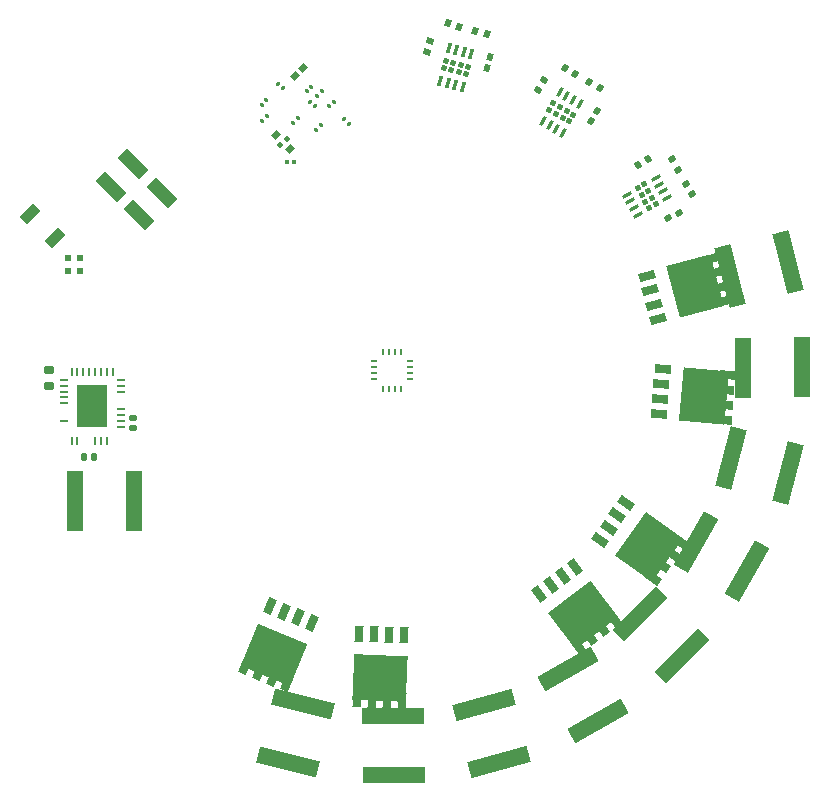
<source format=gbp>
G04 Layer_Color=128*
%FSLAX44Y44*%
%MOMM*%
G71*
G01*
G75*
%ADD10R,0.5080X0.6096*%
G04:AMPARAMS|DCode=17|XSize=0.32mm|YSize=0.36mm|CornerRadius=0.08mm|HoleSize=0mm|Usage=FLASHONLY|Rotation=180.000|XOffset=0mm|YOffset=0mm|HoleType=Round|Shape=RoundedRectangle|*
%AMROUNDEDRECTD17*
21,1,0.3200,0.2000,0,0,180.0*
21,1,0.1600,0.3600,0,0,180.0*
1,1,0.1600,-0.0800,0.1000*
1,1,0.1600,0.0800,0.1000*
1,1,0.1600,0.0800,-0.1000*
1,1,0.1600,-0.0800,-0.1000*
%
%ADD17ROUNDEDRECTD17*%
G04:AMPARAMS|DCode=34|XSize=0.32mm|YSize=0.36mm|CornerRadius=0.08mm|HoleSize=0mm|Usage=FLASHONLY|Rotation=135.000|XOffset=0mm|YOffset=0mm|HoleType=Round|Shape=RoundedRectangle|*
%AMROUNDEDRECTD34*
21,1,0.3200,0.2000,0,0,135.0*
21,1,0.1600,0.3600,0,0,135.0*
1,1,0.1600,0.0141,0.1273*
1,1,0.1600,0.1273,0.0141*
1,1,0.1600,-0.0141,-0.1273*
1,1,0.1600,-0.1273,-0.0141*
%
%ADD34ROUNDEDRECTD34*%
G04:AMPARAMS|DCode=35|XSize=0.32mm|YSize=0.36mm|CornerRadius=0.08mm|HoleSize=0mm|Usage=FLASHONLY|Rotation=45.000|XOffset=0mm|YOffset=0mm|HoleType=Round|Shape=RoundedRectangle|*
%AMROUNDEDRECTD35*
21,1,0.3200,0.2000,0,0,45.0*
21,1,0.1600,0.3600,0,0,45.0*
1,1,0.1600,0.1273,-0.0141*
1,1,0.1600,0.0141,-0.1273*
1,1,0.1600,-0.1273,0.0141*
1,1,0.1600,-0.0141,0.1273*
%
%ADD35ROUNDEDRECTD35*%
G04:AMPARAMS|DCode=38|XSize=0.6096mm|YSize=0.9144mm|CornerRadius=0.1524mm|HoleSize=0mm|Usage=FLASHONLY|Rotation=90.000|XOffset=0mm|YOffset=0mm|HoleType=Round|Shape=RoundedRectangle|*
%AMROUNDEDRECTD38*
21,1,0.6096,0.6096,0,0,90.0*
21,1,0.3048,0.9144,0,0,90.0*
1,1,0.3048,0.3048,0.1524*
1,1,0.3048,0.3048,-0.1524*
1,1,0.3048,-0.3048,-0.1524*
1,1,0.3048,-0.3048,0.1524*
%
%ADD38ROUNDEDRECTD38*%
G04:AMPARAMS|DCode=47|XSize=3.85mm|YSize=4.52mm|CornerRadius=0mm|HoleSize=0mm|Usage=FLASHONLY|Rotation=194.898|XOffset=0mm|YOffset=0mm|HoleType=Round|Shape=Rectangle|*
%AMROTATEDRECTD47*
4,1,4,1.2793,2.6789,2.4413,-1.6891,-1.2793,-2.6789,-2.4413,1.6891,1.2793,2.6789,0.0*
%
%ADD47ROTATEDRECTD47*%

G04:AMPARAMS|DCode=72|XSize=0.508mm|YSize=0.6096mm|CornerRadius=0.127mm|HoleSize=0mm|Usage=FLASHONLY|Rotation=180.000|XOffset=0mm|YOffset=0mm|HoleType=Round|Shape=RoundedRectangle|*
%AMROUNDEDRECTD72*
21,1,0.5080,0.3556,0,0,180.0*
21,1,0.2540,0.6096,0,0,180.0*
1,1,0.2540,-0.1270,0.1778*
1,1,0.2540,0.1270,0.1778*
1,1,0.2540,0.1270,-0.1778*
1,1,0.2540,-0.1270,-0.1778*
%
%ADD72ROUNDEDRECTD72*%
G04:AMPARAMS|DCode=76|XSize=3.85mm|YSize=4.52mm|CornerRadius=0mm|HoleSize=0mm|Usage=FLASHONLY|Rotation=87.500|XOffset=0mm|YOffset=0mm|HoleType=Round|Shape=Rectangle|*
%AMROTATEDRECTD76*
4,1,4,2.1739,-2.0217,-2.3418,-1.8246,-2.1739,2.0217,2.3418,1.8246,2.1739,-2.0217,0.0*
%
%ADD76ROTATEDRECTD76*%

G04:AMPARAMS|DCode=77|XSize=0.71mm|YSize=1.37mm|CornerRadius=0mm|HoleSize=0mm|Usage=FLASHONLY|Rotation=177.500|XOffset=0mm|YOffset=0mm|HoleType=Round|Shape=Rectangle|*
%AMROTATEDRECTD77*
4,1,4,0.3845,0.6689,0.3248,-0.6998,-0.3845,-0.6689,-0.3248,0.6998,0.3845,0.6689,0.0*
%
%ADD77ROTATEDRECTD77*%

G04:AMPARAMS|DCode=80|XSize=3.85mm|YSize=4.52mm|CornerRadius=0mm|HoleSize=0mm|Usage=FLASHONLY|Rotation=174.830|XOffset=0mm|YOffset=0mm|HoleType=Round|Shape=Rectangle|*
%AMROTATEDRECTD80*
4,1,4,2.1208,2.0773,1.7135,-2.4243,-2.1208,-2.0773,-1.7135,2.4243,2.1208,2.0773,0.0*
%
%ADD80ROTATEDRECTD80*%

G04:AMPARAMS|DCode=82|XSize=3.85mm|YSize=4.52mm|CornerRadius=0mm|HoleSize=0mm|Usage=FLASHONLY|Rotation=67.602|XOffset=0mm|YOffset=0mm|HoleType=Round|Shape=Rectangle|*
%AMROTATEDRECTD82*
4,1,4,1.3560,-2.6409,-2.8230,-0.9186,-1.3560,2.6409,2.8230,0.9186,1.3560,-2.6409,0.0*
%
%ADD82ROTATEDRECTD82*%

G04:AMPARAMS|DCode=103|XSize=0.9144mm|YSize=1.6002mm|CornerRadius=0mm|HoleSize=0mm|Usage=FLASHONLY|Rotation=134.998|XOffset=0mm|YOffset=0mm|HoleType=Round|Shape=Rectangle|*
%AMROTATEDRECTD103*
4,1,4,0.8891,0.2424,-0.2425,-0.8890,-0.8891,-0.2424,0.2425,0.8890,0.8891,0.2424,0.0*
%
%ADD103ROTATEDRECTD103*%

G04:AMPARAMS|DCode=104|XSize=0.5mm|YSize=0.6mm|CornerRadius=0mm|HoleSize=0mm|Usage=FLASHONLY|Rotation=135.000|XOffset=0mm|YOffset=0mm|HoleType=Round|Shape=Rectangle|*
%AMROTATEDRECTD104*
4,1,4,0.3889,0.0353,-0.0353,-0.3889,-0.3889,-0.0353,0.0353,0.3889,0.3889,0.0353,0.0*
%
%ADD104ROTATEDRECTD104*%

%ADD105P,0.5657X4X360.0*%
G04:AMPARAMS|DCode=106|XSize=0.55mm|YSize=0.6mm|CornerRadius=0mm|HoleSize=0mm|Usage=FLASHONLY|Rotation=315.000|XOffset=0mm|YOffset=0mm|HoleType=Round|Shape=Rectangle|*
%AMROTATEDRECTD106*
4,1,4,-0.4066,-0.0177,0.0177,0.4066,0.4066,0.0177,-0.0177,-0.4066,-0.4066,-0.0177,0.0*
%
%ADD106ROTATEDRECTD106*%

G04:AMPARAMS|DCode=107|XSize=2.6mm|YSize=1.1mm|CornerRadius=0mm|HoleSize=0mm|Usage=FLASHONLY|Rotation=315.000|XOffset=0mm|YOffset=0mm|HoleType=Round|Shape=Rectangle|*
%AMROTATEDRECTD107*
4,1,4,-1.3081,0.5303,-0.5303,1.3081,1.3081,-0.5303,0.5303,-1.3081,-1.3081,0.5303,0.0*
%
%ADD107ROTATEDRECTD107*%

%ADD108O,0.7000X0.2500*%
%ADD109O,0.2500X0.7000*%
%ADD110R,2.6000X3.6000*%
G04:AMPARAMS|DCode=111|XSize=0.508mm|YSize=0.6096mm|CornerRadius=0.127mm|HoleSize=0mm|Usage=FLASHONLY|Rotation=90.000|XOffset=0mm|YOffset=0mm|HoleType=Round|Shape=RoundedRectangle|*
%AMROUNDEDRECTD111*
21,1,0.5080,0.3556,0,0,90.0*
21,1,0.2540,0.6096,0,0,90.0*
1,1,0.2540,0.1778,0.1270*
1,1,0.2540,0.1778,-0.1270*
1,1,0.2540,-0.1778,-0.1270*
1,1,0.2540,-0.1778,0.1270*
%
%ADD111ROUNDEDRECTD111*%
%ADD112R,1.4000X5.2000*%
G04:AMPARAMS|DCode=113|XSize=0.3mm|YSize=0.85mm|CornerRadius=0mm|HoleSize=0mm|Usage=FLASHONLY|Rotation=330.000|XOffset=0mm|YOffset=0mm|HoleType=Round|Shape=Rectangle|*
%AMROTATEDRECTD113*
4,1,4,-0.3424,-0.2931,0.0826,0.4431,0.3424,0.2931,-0.0826,-0.4431,-0.3424,-0.2931,0.0*
%
%ADD113ROTATEDRECTD113*%

G04:AMPARAMS|DCode=115|XSize=0.508mm|YSize=0.6096mm|CornerRadius=0mm|HoleSize=0mm|Usage=FLASHONLY|Rotation=330.000|XOffset=0mm|YOffset=0mm|HoleType=Round|Shape=Rectangle|*
%AMROTATEDRECTD115*
4,1,4,-0.3724,-0.1370,-0.0676,0.3910,0.3724,0.1370,0.0676,-0.3910,-0.3724,-0.1370,0.0*
%
%ADD115ROTATEDRECTD115*%

G04:AMPARAMS|DCode=116|XSize=0.508mm|YSize=0.6096mm|CornerRadius=0mm|HoleSize=0mm|Usage=FLASHONLY|Rotation=240.000|XOffset=0mm|YOffset=0mm|HoleType=Round|Shape=Rectangle|*
%AMROTATEDRECTD116*
4,1,4,-0.1370,0.3724,0.3910,0.0676,0.1370,-0.3724,-0.3910,-0.0676,-0.1370,0.3724,0.0*
%
%ADD116ROTATEDRECTD116*%

G04:AMPARAMS|DCode=117|XSize=0.5mm|YSize=0.6mm|CornerRadius=0mm|HoleSize=0mm|Usage=FLASHONLY|Rotation=330.000|XOffset=0mm|YOffset=0mm|HoleType=Round|Shape=Rectangle|*
%AMROTATEDRECTD117*
4,1,4,-0.3665,-0.1348,-0.0665,0.3848,0.3665,0.1348,0.0665,-0.3848,-0.3665,-0.1348,0.0*
%
%ADD117ROTATEDRECTD117*%

G04:AMPARAMS|DCode=118|XSize=0.3mm|YSize=0.85mm|CornerRadius=0mm|HoleSize=0mm|Usage=FLASHONLY|Rotation=300.000|XOffset=0mm|YOffset=0mm|HoleType=Round|Shape=Rectangle|*
%AMROTATEDRECTD118*
4,1,4,-0.4431,-0.0826,0.2931,0.3424,0.4431,0.0826,-0.2931,-0.3424,-0.4431,-0.0826,0.0*
%
%ADD118ROTATEDRECTD118*%

G04:AMPARAMS|DCode=120|XSize=0.508mm|YSize=0.6096mm|CornerRadius=0mm|HoleSize=0mm|Usage=FLASHONLY|Rotation=300.000|XOffset=0mm|YOffset=0mm|HoleType=Round|Shape=Rectangle|*
%AMROTATEDRECTD120*
4,1,4,-0.3910,0.0676,0.1370,0.3724,0.3910,-0.0676,-0.1370,-0.3724,-0.3910,0.0676,0.0*
%
%ADD120ROTATEDRECTD120*%

G04:AMPARAMS|DCode=121|XSize=0.508mm|YSize=0.6096mm|CornerRadius=0mm|HoleSize=0mm|Usage=FLASHONLY|Rotation=210.000|XOffset=0mm|YOffset=0mm|HoleType=Round|Shape=Rectangle|*
%AMROTATEDRECTD121*
4,1,4,0.0676,0.3910,0.3724,-0.1370,-0.0676,-0.3910,-0.3724,0.1370,0.0676,0.3910,0.0*
%
%ADD121ROTATEDRECTD121*%

G04:AMPARAMS|DCode=122|XSize=0.5mm|YSize=0.6mm|CornerRadius=0mm|HoleSize=0mm|Usage=FLASHONLY|Rotation=300.000|XOffset=0mm|YOffset=0mm|HoleType=Round|Shape=Rectangle|*
%AMROTATEDRECTD122*
4,1,4,-0.3848,0.0665,0.1348,0.3665,0.3848,-0.0665,-0.1348,-0.3665,-0.3848,0.0665,0.0*
%
%ADD122ROTATEDRECTD122*%

G04:AMPARAMS|DCode=123|XSize=0.508mm|YSize=0.6096mm|CornerRadius=0mm|HoleSize=0mm|Usage=FLASHONLY|Rotation=255.000|XOffset=0mm|YOffset=0mm|HoleType=Round|Shape=Rectangle|*
%AMROTATEDRECTD123*
4,1,4,-0.2287,0.3242,0.3602,0.1665,0.2287,-0.3242,-0.3602,-0.1665,-0.2287,0.3242,0.0*
%
%ADD123ROTATEDRECTD123*%

G04:AMPARAMS|DCode=124|XSize=0.508mm|YSize=0.6096mm|CornerRadius=0mm|HoleSize=0mm|Usage=FLASHONLY|Rotation=345.000|XOffset=0mm|YOffset=0mm|HoleType=Round|Shape=Rectangle|*
%AMROTATEDRECTD124*
4,1,4,-0.3242,-0.2287,-0.1665,0.3602,0.3242,0.2287,0.1665,-0.3602,-0.3242,-0.2287,0.0*
%
%ADD124ROTATEDRECTD124*%

G04:AMPARAMS|DCode=125|XSize=0.5mm|YSize=0.6mm|CornerRadius=0mm|HoleSize=0mm|Usage=FLASHONLY|Rotation=345.000|XOffset=0mm|YOffset=0mm|HoleType=Round|Shape=Rectangle|*
%AMROTATEDRECTD125*
4,1,4,-0.3191,-0.2251,-0.1638,0.3545,0.3191,0.2251,0.1638,-0.3545,-0.3191,-0.2251,0.0*
%
%ADD125ROTATEDRECTD125*%

G04:AMPARAMS|DCode=126|XSize=0.3mm|YSize=0.85mm|CornerRadius=0mm|HoleSize=0mm|Usage=FLASHONLY|Rotation=345.000|XOffset=0mm|YOffset=0mm|HoleType=Round|Shape=Rectangle|*
%AMROTATEDRECTD126*
4,1,4,-0.2549,-0.3717,-0.0349,0.4493,0.2549,0.3717,0.0349,-0.4493,-0.2549,-0.3717,0.0*
%
%ADD126ROTATEDRECTD126*%

G04:AMPARAMS|DCode=128|XSize=0.71mm|YSize=1.37mm|CornerRadius=0mm|HoleSize=0mm|Usage=FLASHONLY|Rotation=264.814|XOffset=0mm|YOffset=0mm|HoleType=Round|Shape=Rectangle|*
%AMROTATEDRECTD128*
4,1,4,-0.6501,0.4155,0.7143,0.2916,0.6501,-0.4155,-0.7143,-0.2916,-0.6501,0.4155,0.0*
%
%ADD128ROTATEDRECTD128*%

G04:AMPARAMS|DCode=129|XSize=3.85mm|YSize=4.52mm|CornerRadius=0mm|HoleSize=0mm|Usage=FLASHONLY|Rotation=324.603|XOffset=0mm|YOffset=0mm|HoleType=Round|Shape=Rectangle|*
%AMROTATEDRECTD129*
4,1,4,-2.8783,-0.7272,-0.2601,2.9573,2.8783,0.7272,0.2601,-2.9573,-2.8783,-0.7272,0.0*
%
%ADD129ROTATEDRECTD129*%

G04:AMPARAMS|DCode=130|XSize=0.71mm|YSize=1.37mm|CornerRadius=0mm|HoleSize=0mm|Usage=FLASHONLY|Rotation=234.603|XOffset=0mm|YOffset=0mm|HoleType=Round|Shape=Rectangle|*
%AMROTATEDRECTD130*
4,1,4,-0.3528,0.6862,0.7640,-0.1074,0.3528,-0.6862,-0.7640,0.1074,-0.3528,0.6862,0.0*
%
%ADD130ROTATEDRECTD130*%

G04:AMPARAMS|DCode=131|XSize=5.2mm|YSize=1.4mm|CornerRadius=0mm|HoleSize=0mm|Usage=FLASHONLY|Rotation=0.224|XOffset=0mm|YOffset=0mm|HoleType=Round|Shape=Rectangle|*
%AMROTATEDRECTD131*
4,1,4,-2.5972,-0.7101,-2.6027,0.6898,2.5972,0.7101,2.6027,-0.6898,-2.5972,-0.7101,0.0*
%
%ADD131ROTATEDRECTD131*%

G04:AMPARAMS|DCode=132|XSize=5.2mm|YSize=1.4mm|CornerRadius=0mm|HoleSize=0mm|Usage=FLASHONLY|Rotation=45.309|XOffset=0mm|YOffset=0mm|HoleType=Round|Shape=Rectangle|*
%AMROTATEDRECTD132*
4,1,4,-1.3309,-2.3407,-2.3262,-1.3560,1.3309,2.3407,2.3262,1.3560,-1.3309,-2.3407,0.0*
%
%ADD132ROTATEDRECTD132*%

G04:AMPARAMS|DCode=133|XSize=5.2mm|YSize=1.4mm|CornerRadius=0mm|HoleSize=0mm|Usage=FLASHONLY|Rotation=29.536|XOffset=0mm|YOffset=0mm|HoleType=Round|Shape=Rectangle|*
%AMROTATEDRECTD133*
4,1,4,-1.9171,-1.8907,-2.6072,-0.6727,1.9171,1.8907,2.6072,0.6727,-1.9171,-1.8907,0.0*
%
%ADD133ROTATEDRECTD133*%

G04:AMPARAMS|DCode=134|XSize=5.2mm|YSize=1.4mm|CornerRadius=0mm|HoleSize=0mm|Usage=FLASHONLY|Rotation=60.298|XOffset=0mm|YOffset=0mm|HoleType=Round|Shape=Rectangle|*
%AMROTATEDRECTD134*
4,1,4,-0.6802,-2.6052,-1.8963,-1.9116,0.6802,2.6052,1.8963,1.9116,-0.6802,-2.6052,0.0*
%
%ADD134ROTATEDRECTD134*%

G04:AMPARAMS|DCode=135|XSize=5.2mm|YSize=1.4mm|CornerRadius=0mm|HoleSize=0mm|Usage=FLASHONLY|Rotation=104.338|XOffset=0mm|YOffset=0mm|HoleType=Round|Shape=Rectangle|*
%AMROTATEDRECTD135*
4,1,4,1.3220,-2.3457,-0.0343,-2.6924,-1.3220,2.3457,0.0343,2.6924,1.3220,-2.3457,0.0*
%
%ADD135ROTATEDRECTD135*%

G04:AMPARAMS|DCode=136|XSize=5.2mm|YSize=1.4mm|CornerRadius=0mm|HoleSize=0mm|Usage=FLASHONLY|Rotation=346.026|XOffset=0mm|YOffset=0mm|HoleType=Round|Shape=Rectangle|*
%AMROTATEDRECTD136*
4,1,4,-2.6921,-0.0514,-2.3540,1.3072,2.6921,0.0514,2.3540,-1.3072,-2.6921,-0.0514,0.0*
%
%ADD136ROTATEDRECTD136*%

G04:AMPARAMS|DCode=137|XSize=5.2mm|YSize=1.4mm|CornerRadius=0mm|HoleSize=0mm|Usage=FLASHONLY|Rotation=15.450|XOffset=0mm|YOffset=0mm|HoleType=Round|Shape=Rectangle|*
%AMROTATEDRECTD137*
4,1,4,-2.3196,-1.3673,-2.6925,-0.0179,2.3196,1.3673,2.6925,0.0179,-2.3196,-1.3673,0.0*
%
%ADD137ROTATEDRECTD137*%

G04:AMPARAMS|DCode=138|XSize=5.2mm|YSize=1.4mm|CornerRadius=0mm|HoleSize=0mm|Usage=FLASHONLY|Rotation=75.309|XOffset=0mm|YOffset=0mm|HoleType=Round|Shape=Rectangle|*
%AMROTATEDRECTD138*
4,1,4,0.0177,-2.6925,-1.3365,-2.3375,-0.0177,2.6925,1.3365,2.3375,0.0177,-2.6925,0.0*
%
%ADD138ROTATEDRECTD138*%

G04:AMPARAMS|DCode=139|XSize=3.85mm|YSize=4.52mm|CornerRadius=0mm|HoleSize=0mm|Usage=FLASHONLY|Rotation=307.103|XOffset=0mm|YOffset=0mm|HoleType=Round|Shape=Rectangle|*
%AMROTATEDRECTD139*
4,1,4,-2.9637,0.1720,0.6412,2.8986,2.9637,-0.1720,-0.6412,-2.8986,-2.9637,0.1720,0.0*
%
%ADD139ROTATEDRECTD139*%

G04:AMPARAMS|DCode=140|XSize=0.71mm|YSize=1.37mm|CornerRadius=0mm|HoleSize=0mm|Usage=FLASHONLY|Rotation=217.103|XOffset=0mm|YOffset=0mm|HoleType=Round|Shape=Rectangle|*
%AMROTATEDRECTD140*
4,1,4,-0.1301,0.7605,0.6964,-0.3322,0.1301,-0.7605,-0.6964,0.3322,-0.1301,0.7605,0.0*
%
%ADD140ROTATEDRECTD140*%

G04:AMPARAMS|DCode=141|XSize=0.71mm|YSize=1.37mm|CornerRadius=0mm|HoleSize=0mm|Usage=FLASHONLY|Rotation=157.500|XOffset=0mm|YOffset=0mm|HoleType=Round|Shape=Rectangle|*
%AMROTATEDRECTD141*
4,1,4,0.5901,0.4970,0.0658,-0.7687,-0.5901,-0.4970,-0.0658,0.7687,0.5901,0.4970,0.0*
%
%ADD141ROTATEDRECTD141*%

G04:AMPARAMS|DCode=142|XSize=0.71mm|YSize=1.37mm|CornerRadius=0mm|HoleSize=0mm|Usage=FLASHONLY|Rotation=285.093|XOffset=0mm|YOffset=0mm|HoleType=Round|Shape=Rectangle|*
%AMROTATEDRECTD142*
4,1,4,-0.7538,0.1644,0.5689,0.5211,0.7538,-0.1644,-0.5689,-0.5211,-0.7538,0.1644,0.0*
%
%ADD142ROTATEDRECTD142*%

%ADD143O,0.2500X0.6000*%
%ADD144O,0.6000X0.2500*%
G04:AMPARAMS|DCode=265|XSize=0.45mm|YSize=0.45mm|CornerRadius=0mm|HoleSize=0mm|Usage=FLASHONLY|Rotation=60.000|XOffset=0mm|YOffset=0mm|HoleType=Round|Shape=Rectangle|*
%AMROTATEDRECTD265*
4,1,4,0.0824,-0.3074,-0.3074,-0.0824,-0.0824,0.3074,0.3074,0.0824,0.0824,-0.3074,0.0*
%
%ADD265ROTATEDRECTD265*%

%ADD266P,0.6364X4X105.0*%
%ADD267P,0.6364X4X105.0*%
G04:AMPARAMS|DCode=268|XSize=0.45mm|YSize=0.45mm|CornerRadius=0mm|HoleSize=0mm|Usage=FLASHONLY|Rotation=60.000|XOffset=0mm|YOffset=0mm|HoleType=Round|Shape=Rectangle|*
%AMROTATEDRECTD268*
4,1,4,0.0824,-0.3074,-0.3074,-0.0824,-0.0824,0.3074,0.3074,0.0824,0.0824,-0.3074,0.0*
%
%ADD268ROTATEDRECTD268*%

G04:AMPARAMS|DCode=269|XSize=0.45mm|YSize=0.45mm|CornerRadius=0mm|HoleSize=0mm|Usage=FLASHONLY|Rotation=30.000|XOffset=0mm|YOffset=0mm|HoleType=Round|Shape=Rectangle|*
%AMROTATEDRECTD269*
4,1,4,-0.0824,-0.3074,-0.3074,0.0824,0.0824,0.3074,0.3074,-0.0824,-0.0824,-0.3074,0.0*
%
%ADD269ROTATEDRECTD269*%

%ADD270P,0.6364X4X75.0*%
%ADD271P,0.6364X4X75.0*%
G04:AMPARAMS|DCode=272|XSize=0.45mm|YSize=0.45mm|CornerRadius=0mm|HoleSize=0mm|Usage=FLASHONLY|Rotation=30.000|XOffset=0mm|YOffset=0mm|HoleType=Round|Shape=Rectangle|*
%AMROTATEDRECTD272*
4,1,4,-0.0824,-0.3074,-0.3074,0.0824,0.0824,0.3074,0.3074,-0.0824,-0.0824,-0.3074,0.0*
%
%ADD272ROTATEDRECTD272*%

G04:AMPARAMS|DCode=273|XSize=0.45mm|YSize=0.45mm|CornerRadius=0mm|HoleSize=0mm|Usage=FLASHONLY|Rotation=75.000|XOffset=0mm|YOffset=0mm|HoleType=Round|Shape=Rectangle|*
%AMROTATEDRECTD273*
4,1,4,0.1591,-0.2756,-0.2756,-0.1591,-0.1591,0.2756,0.2756,0.1591,0.1591,-0.2756,0.0*
%
%ADD273ROTATEDRECTD273*%

%ADD274P,0.6364X4X120.0*%
%ADD275P,0.6364X4X120.0*%
G04:AMPARAMS|DCode=276|XSize=0.45mm|YSize=0.45mm|CornerRadius=0mm|HoleSize=0mm|Usage=FLASHONLY|Rotation=75.000|XOffset=0mm|YOffset=0mm|HoleType=Round|Shape=Rectangle|*
%AMROTATEDRECTD276*
4,1,4,0.1591,-0.2756,-0.2756,-0.1591,-0.1591,0.2756,0.2756,0.1591,0.1591,-0.2756,0.0*
%
%ADD276ROTATEDRECTD276*%

D10*
X694690Y764540D02*
D03*
X704770Y764540D02*
D03*
X694690Y753110D02*
D03*
X704770D02*
D03*
D17*
X880110Y845820D02*
D03*
X885710D02*
D03*
D34*
X899493Y896638D02*
D03*
X903453Y892678D02*
D03*
X872490Y911860D02*
D03*
X876450Y907900D02*
D03*
X928545Y881760D02*
D03*
X932504Y877800D02*
D03*
D35*
X858520Y894080D02*
D03*
X862480Y898040D02*
D03*
X919480Y896620D02*
D03*
X915520Y892660D02*
D03*
X889000Y882650D02*
D03*
X885040Y878690D02*
D03*
X863040Y884630D02*
D03*
X859080Y880670D02*
D03*
X904800Y873050D02*
D03*
X908760Y877010D02*
D03*
X909320Y905510D02*
D03*
X905360Y901550D02*
D03*
X896620Y905510D02*
D03*
X900580Y909470D02*
D03*
D38*
X678180Y655940D02*
D03*
Y669940D02*
D03*
D47*
X1225336Y740457D02*
D03*
D72*
X716470Y595630D02*
D03*
X708470Y595630D02*
D03*
D76*
X958786Y408421D02*
D03*
D77*
X938961Y391069D02*
D03*
X951648Y390515D02*
D03*
X964336Y389961D02*
D03*
X977024Y389407D02*
D03*
X979441Y444754D02*
D03*
X966753Y445308D02*
D03*
X954065Y445862D02*
D03*
X941377Y446416D02*
D03*
D80*
X1233396Y647788D02*
D03*
D82*
X869443Y428228D02*
D03*
D103*
X662683Y801628D02*
D03*
X683353Y780957D02*
D03*
D104*
X886734Y918484D02*
D03*
X893805Y925556D02*
D03*
D105*
X874037Y859869D02*
D03*
X879694Y865526D02*
D03*
D106*
X882699Y856863D02*
D03*
X871032Y868531D02*
D03*
D107*
X749956Y843936D02*
D03*
X730864Y824844D02*
D03*
X774086Y819806D02*
D03*
X754994Y800714D02*
D03*
D108*
X691140Y626270D02*
D03*
X691140Y641270D02*
D03*
Y646270D02*
D03*
X691140Y651270D02*
D03*
X691140Y656270D02*
D03*
X691140Y661270D02*
D03*
X739140Y661270D02*
D03*
X739140Y656270D02*
D03*
X739140Y651270D02*
D03*
X739140Y636270D02*
D03*
X739140Y631270D02*
D03*
X739140Y626270D02*
D03*
X739140Y621270D02*
D03*
D109*
X697640Y667770D02*
D03*
X702640Y667770D02*
D03*
X707640Y667770D02*
D03*
X712640Y667770D02*
D03*
X717640Y667770D02*
D03*
X722640Y667770D02*
D03*
X727640Y667770D02*
D03*
X732640Y667770D02*
D03*
X727640Y609770D02*
D03*
X722640D02*
D03*
X717640Y609770D02*
D03*
X702640Y609770D02*
D03*
X697640D02*
D03*
D110*
X715140Y638770D02*
D03*
D111*
X749300Y620840D02*
D03*
X749300Y628840D02*
D03*
D112*
X750170Y558800D02*
D03*
X700170Y558800D02*
D03*
X1315719Y671860D02*
D03*
X1265721Y671480D02*
D03*
D113*
X1113688Y870511D02*
D03*
X1108059Y873761D02*
D03*
X1102430Y877011D02*
D03*
X1096801Y880261D02*
D03*
X1127888Y895106D02*
D03*
X1122259Y898356D02*
D03*
X1116630Y901606D02*
D03*
X1111001Y904856D02*
D03*
D115*
X1136158Y913530D02*
D03*
X1144887Y908490D02*
D03*
X1115261Y925595D02*
D03*
X1123990Y920555D02*
D03*
D116*
X1097463Y915247D02*
D03*
X1092423Y906518D02*
D03*
D117*
X1142557Y889212D02*
D03*
X1137557Y880552D02*
D03*
D118*
X1177291Y801102D02*
D03*
X1174041Y806731D02*
D03*
X1170791Y812360D02*
D03*
X1167541Y817989D02*
D03*
X1201886Y815302D02*
D03*
X1198636Y820931D02*
D03*
X1195386Y826560D02*
D03*
X1192136Y832189D02*
D03*
D120*
X1218260Y827122D02*
D03*
X1223300Y818393D02*
D03*
X1206195Y848019D02*
D03*
X1211235Y839290D02*
D03*
D121*
X1185608Y847957D02*
D03*
X1176878Y842917D02*
D03*
D122*
X1211643Y802863D02*
D03*
X1202982Y797863D02*
D03*
D123*
X1001519Y948359D02*
D03*
X998910Y938623D02*
D03*
D124*
X1016033Y962960D02*
D03*
X1025769Y960351D02*
D03*
X1039341Y956715D02*
D03*
X1049077Y954106D02*
D03*
D125*
X1051815Y934882D02*
D03*
X1049227Y925223D02*
D03*
D126*
X1028771Y909347D02*
D03*
X1022492Y911029D02*
D03*
X1016214Y912711D02*
D03*
X1009935Y914393D02*
D03*
X1036121Y936779D02*
D03*
X1029842Y938461D02*
D03*
X1023564Y940143D02*
D03*
X1017286Y941826D02*
D03*
D128*
X1249800Y627171D02*
D03*
X1250947Y639819D02*
D03*
X1252096Y652467D02*
D03*
X1253243Y665115D02*
D03*
X1198070Y670123D02*
D03*
X1196922Y657475D02*
D03*
X1195774Y644827D02*
D03*
X1194626Y632179D02*
D03*
D129*
X1186434Y519811D02*
D03*
D130*
X1190236Y493740D02*
D03*
X1197592Y504092D02*
D03*
X1204948Y514445D02*
D03*
X1212305Y524797D02*
D03*
X1167145Y556887D02*
D03*
X1159789Y546534D02*
D03*
X1152432Y536182D02*
D03*
X1145076Y525829D02*
D03*
D131*
X970378Y326230D02*
D03*
X970182Y376230D02*
D03*
D132*
X1214638Y427503D02*
D03*
X1179093Y462667D02*
D03*
D133*
X1143015Y372519D02*
D03*
X1118367Y416021D02*
D03*
D134*
X1269505Y499063D02*
D03*
X1226074Y523837D02*
D03*
D135*
X1303943Y761100D02*
D03*
X1255501Y748718D02*
D03*
D136*
X881307Y337889D02*
D03*
X893381Y386409D02*
D03*
D137*
X1059876Y338052D02*
D03*
X1046556Y386245D02*
D03*
D138*
X1303984Y582394D02*
D03*
X1255619Y595074D02*
D03*
D139*
X1130765Y461841D02*
D03*
D140*
X1126551Y435833D02*
D03*
X1136680Y443494D02*
D03*
X1146809Y451156D02*
D03*
X1156938Y458817D02*
D03*
X1123518Y503002D02*
D03*
X1113389Y495340D02*
D03*
X1103260Y487679D02*
D03*
X1093131Y480018D02*
D03*
D141*
X844878Y418703D02*
D03*
X856611Y413843D02*
D03*
X868345Y408983D02*
D03*
X880078Y404123D02*
D03*
X901279Y455306D02*
D03*
X889545Y460166D02*
D03*
X877812Y465026D02*
D03*
X866079Y469886D02*
D03*
D142*
X1247869Y726803D02*
D03*
X1244562Y739065D02*
D03*
X1241255Y751327D02*
D03*
X1237948Y763589D02*
D03*
X1184459Y749164D02*
D03*
X1187766Y736901D02*
D03*
X1191073Y724640D02*
D03*
X1194380Y712378D02*
D03*
D143*
X976510Y684790D02*
D03*
X971510Y684790D02*
D03*
X966510Y684790D02*
D03*
X961510Y684790D02*
D03*
X961510Y653790D02*
D03*
X966510Y653790D02*
D03*
X971510Y653790D02*
D03*
X976510Y653790D02*
D03*
D144*
X953510Y676790D02*
D03*
X953510Y671790D02*
D03*
X953510Y666790D02*
D03*
X953510Y661790D02*
D03*
X984510Y661790D02*
D03*
X984510Y666790D02*
D03*
X984510Y671790D02*
D03*
X984510Y676790D02*
D03*
D265*
X1119163Y879994D02*
D03*
X1107905Y886494D02*
D03*
D266*
X1113534Y883244D02*
D03*
X1102276Y889744D02*
D03*
D267*
X1122413Y885623D02*
D03*
X1111154Y892123D02*
D03*
D268*
X1116784Y888873D02*
D03*
X1105526Y895373D02*
D03*
D269*
X1186775Y806577D02*
D03*
X1180274Y817835D02*
D03*
D270*
X1183524Y812206D02*
D03*
X1177024Y823464D02*
D03*
D271*
X1192403Y809826D02*
D03*
X1185903Y821086D02*
D03*
D272*
X1189153Y815456D02*
D03*
X1182653Y826714D02*
D03*
D273*
X1031605Y919923D02*
D03*
X1019047Y923288D02*
D03*
D274*
X1025326Y921606D02*
D03*
X1012769Y924970D02*
D03*
D275*
X1033287Y926202D02*
D03*
X1020730Y929567D02*
D03*
D276*
X1027008Y927884D02*
D03*
X1014451Y931248D02*
D03*
M02*

</source>
